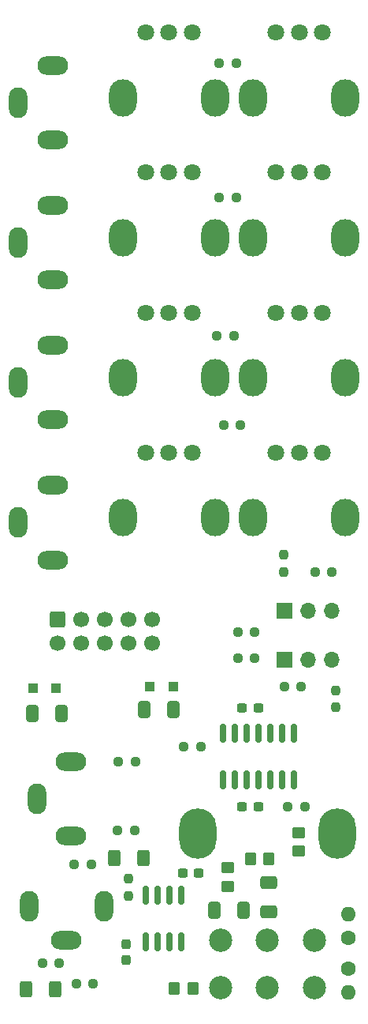
<source format=gbr>
%TF.GenerationSoftware,KiCad,Pcbnew,6.0.5-a6ca702e91~116~ubuntu22.04.1*%
%TF.CreationDate,2022-06-08T16:41:22-07:00*%
%TF.ProjectId,HEAR,48454152-2e6b-4696-9361-645f70636258,2.1*%
%TF.SameCoordinates,Original*%
%TF.FileFunction,Soldermask,Bot*%
%TF.FilePolarity,Negative*%
%FSLAX46Y46*%
G04 Gerber Fmt 4.6, Leading zero omitted, Abs format (unit mm)*
G04 Created by KiCad (PCBNEW 6.0.5-a6ca702e91~116~ubuntu22.04.1) date 2022-06-08 16:41:22*
%MOMM*%
%LPD*%
G01*
G04 APERTURE LIST*
G04 Aperture macros list*
%AMRoundRect*
0 Rectangle with rounded corners*
0 $1 Rounding radius*
0 $2 $3 $4 $5 $6 $7 $8 $9 X,Y pos of 4 corners*
0 Add a 4 corners polygon primitive as box body*
4,1,4,$2,$3,$4,$5,$6,$7,$8,$9,$2,$3,0*
0 Add four circle primitives for the rounded corners*
1,1,$1+$1,$2,$3*
1,1,$1+$1,$4,$5*
1,1,$1+$1,$6,$7*
1,1,$1+$1,$8,$9*
0 Add four rect primitives between the rounded corners*
20,1,$1+$1,$2,$3,$4,$5,0*
20,1,$1+$1,$4,$5,$6,$7,0*
20,1,$1+$1,$6,$7,$8,$9,0*
20,1,$1+$1,$8,$9,$2,$3,0*%
G04 Aperture macros list end*
%ADD10O,3.300000X2.000000*%
%ADD11O,2.000000X3.300000*%
%ADD12O,3.000000X4.000000*%
%ADD13C,1.800000*%
%ADD14O,4.000000X5.400000*%
%ADD15C,2.500000*%
%ADD16RoundRect,0.250000X0.412500X0.650000X-0.412500X0.650000X-0.412500X-0.650000X0.412500X-0.650000X0*%
%ADD17RoundRect,0.237500X0.300000X0.237500X-0.300000X0.237500X-0.300000X-0.237500X0.300000X-0.237500X0*%
%ADD18RoundRect,0.237500X-0.300000X-0.237500X0.300000X-0.237500X0.300000X0.237500X-0.300000X0.237500X0*%
%ADD19RoundRect,0.237500X0.237500X-0.300000X0.237500X0.300000X-0.237500X0.300000X-0.237500X-0.300000X0*%
%ADD20R,1.000000X1.000000*%
%ADD21RoundRect,0.237500X-0.250000X-0.237500X0.250000X-0.237500X0.250000X0.237500X-0.250000X0.237500X0*%
%ADD22RoundRect,0.237500X0.250000X0.237500X-0.250000X0.237500X-0.250000X-0.237500X0.250000X-0.237500X0*%
%ADD23RoundRect,0.237500X-0.237500X0.250000X-0.237500X-0.250000X0.237500X-0.250000X0.237500X0.250000X0*%
%ADD24RoundRect,0.150000X-0.150000X0.825000X-0.150000X-0.825000X0.150000X-0.825000X0.150000X0.825000X0*%
%ADD25RoundRect,0.250000X-0.600000X0.600000X-0.600000X-0.600000X0.600000X-0.600000X0.600000X0.600000X0*%
%ADD26C,1.700000*%
%ADD27RoundRect,0.250000X0.650000X-0.412500X0.650000X0.412500X-0.650000X0.412500X-0.650000X-0.412500X0*%
%ADD28RoundRect,0.250000X-0.400000X-0.625000X0.400000X-0.625000X0.400000X0.625000X-0.400000X0.625000X0*%
%ADD29R,1.700000X1.700000*%
%ADD30O,1.700000X1.700000*%
%ADD31RoundRect,0.250000X0.350000X0.450000X-0.350000X0.450000X-0.350000X-0.450000X0.350000X-0.450000X0*%
%ADD32RoundRect,0.250000X-0.450000X0.350000X-0.450000X-0.350000X0.450000X-0.350000X0.450000X0.350000X0*%
%ADD33RoundRect,0.250000X0.450000X-0.350000X0.450000X0.350000X-0.450000X0.350000X-0.450000X-0.350000X0*%
%ADD34RoundRect,0.237500X0.237500X-0.250000X0.237500X0.250000X-0.237500X0.250000X-0.237500X-0.250000X0*%
%ADD35RoundRect,0.150000X0.150000X-0.825000X0.150000X0.825000X-0.150000X0.825000X-0.150000X-0.825000X0*%
%ADD36C,1.600000*%
%ADD37O,1.600000X1.600000*%
G04 APERTURE END LIST*
D10*
%TO.C,J2*%
X5500000Y-28400000D03*
D11*
X1800000Y-24400000D03*
D10*
X5500000Y-20400000D03*
%TD*%
D12*
%TO.C,RV9*%
X27034000Y-53900000D03*
X36966000Y-53900000D03*
D13*
X29500000Y-46900000D03*
X32000000Y-46900000D03*
X34500000Y-46900000D03*
%TD*%
D10*
%TO.C,J1*%
X5500000Y-13400000D03*
D11*
X1800000Y-9400000D03*
D10*
X5500000Y-5400000D03*
%TD*%
%TO.C,J3*%
X5500000Y-43400000D03*
D11*
X1800000Y-39400000D03*
D10*
X5500000Y-35400000D03*
%TD*%
D12*
%TO.C,RV2*%
X13034000Y-8900000D03*
X22966000Y-8900000D03*
D13*
X15500000Y-1900000D03*
X18000000Y-1900000D03*
X20500000Y-1900000D03*
%TD*%
D12*
%TO.C,RV7*%
X36966000Y-23900000D03*
X27034000Y-23900000D03*
D13*
X29500000Y-16900000D03*
X32000000Y-16900000D03*
X34500000Y-16900000D03*
%TD*%
D12*
%TO.C,RV8*%
X27034000Y-38900000D03*
X36966000Y-38900000D03*
D13*
X29500000Y-31900000D03*
X32000000Y-31900000D03*
X34500000Y-31900000D03*
%TD*%
D14*
%TO.C,RV1*%
X36100000Y-87700000D03*
X21100000Y-87700000D03*
D15*
X33600000Y-99200000D03*
X28600000Y-99200000D03*
X23600000Y-99200000D03*
X33600000Y-104200000D03*
X28600000Y-104200000D03*
X23600000Y-104200000D03*
%TD*%
D12*
%TO.C,RV4*%
X22966000Y-38900000D03*
X13034000Y-38900000D03*
D13*
X15500000Y-31900000D03*
X18000000Y-31900000D03*
X20500000Y-31900000D03*
%TD*%
D10*
%TO.C,J13*%
X7500000Y-88000000D03*
D11*
X3800000Y-84000000D03*
D10*
X7500000Y-80000000D03*
%TD*%
D12*
%TO.C,RV3*%
X13034000Y-23900000D03*
X22966000Y-23900000D03*
D13*
X15500000Y-16900000D03*
X18000000Y-16900000D03*
X20500000Y-16900000D03*
%TD*%
D12*
%TO.C,RV5*%
X13034000Y-53900000D03*
X22966000Y-53900000D03*
D13*
X15500000Y-46900000D03*
X18000000Y-46900000D03*
X20500000Y-46900000D03*
%TD*%
D12*
%TO.C,RV6*%
X36966000Y-8900000D03*
X27034000Y-8900000D03*
D13*
X29500000Y-1900000D03*
X32000000Y-1900000D03*
X34500000Y-1900000D03*
%TD*%
D10*
%TO.C,J4*%
X5500000Y-58400000D03*
D11*
X1800000Y-54400000D03*
D10*
X5500000Y-50400000D03*
%TD*%
D11*
%TO.C,J14*%
X11000000Y-95500000D03*
D10*
X7000000Y-99200000D03*
D11*
X3000000Y-95500000D03*
%TD*%
D16*
%TO.C,C5*%
X18462500Y-74400000D03*
X15337500Y-74400000D03*
%TD*%
%TO.C,C6*%
X6462500Y-74900000D03*
X3337500Y-74900000D03*
%TD*%
D17*
%TO.C,C7*%
X27608700Y-74269600D03*
X25883700Y-74269600D03*
%TD*%
%TO.C,C8*%
X27608700Y-84810600D03*
X25883700Y-84810600D03*
%TD*%
D18*
%TO.C,C9*%
X19463700Y-91945800D03*
X21188700Y-91945800D03*
%TD*%
D19*
%TO.C,C10*%
X13392000Y-101291900D03*
X13392000Y-99566900D03*
%TD*%
D20*
%TO.C,D1*%
X18471200Y-71983600D03*
X15971200Y-71983600D03*
%TD*%
%TO.C,D2*%
X5898200Y-72110600D03*
X3398200Y-72110600D03*
%TD*%
D21*
%TO.C,R17*%
X25387500Y-68900000D03*
X27212500Y-68900000D03*
%TD*%
D22*
%TO.C,R19*%
X35532700Y-59664600D03*
X33707700Y-59664600D03*
%TD*%
D23*
%TO.C,R20*%
X30378400Y-57863100D03*
X30378400Y-59688100D03*
%TD*%
D21*
%TO.C,R21*%
X30405700Y-71983600D03*
X32230700Y-71983600D03*
%TD*%
D23*
%TO.C,R22*%
X35900000Y-72387500D03*
X35900000Y-74212500D03*
%TD*%
D22*
%TO.C,R27*%
X21441900Y-78458400D03*
X19616900Y-78458400D03*
%TD*%
D21*
%TO.C,R28*%
X30786700Y-84810600D03*
X32611700Y-84810600D03*
%TD*%
D22*
%TO.C,R29*%
X14406100Y-80033200D03*
X12581100Y-80033200D03*
%TD*%
%TO.C,R30*%
X14323700Y-87350600D03*
X12498700Y-87350600D03*
%TD*%
D24*
%TO.C,U1*%
X23825200Y-77001600D03*
X25095200Y-77001600D03*
X26365200Y-77001600D03*
X27635200Y-77001600D03*
X28905200Y-77001600D03*
X30175200Y-77001600D03*
X31445200Y-77001600D03*
X31445200Y-81951600D03*
X30175200Y-81951600D03*
X28905200Y-81951600D03*
X27635200Y-81951600D03*
X26365200Y-81951600D03*
X25095200Y-81951600D03*
X23825200Y-81951600D03*
%TD*%
D25*
%TO.C,J12*%
X6045200Y-64800000D03*
D26*
X6045200Y-67340000D03*
X8585200Y-64800000D03*
X8585200Y-67340000D03*
X11125200Y-64800000D03*
X11125200Y-67340000D03*
X13665200Y-64800000D03*
X13665200Y-67340000D03*
X16205200Y-64800000D03*
X16205200Y-67340000D03*
%TD*%
D21*
%TO.C,R7*%
X23877900Y-43992800D03*
X25702900Y-43992800D03*
%TD*%
D27*
%TO.C,C2*%
X28759000Y-96099100D03*
X28759000Y-92974100D03*
%TD*%
D28*
%TO.C,R34*%
X12172200Y-90371000D03*
X15272200Y-90371000D03*
%TD*%
D16*
%TO.C,C1*%
X26028900Y-95908200D03*
X22903900Y-95908200D03*
%TD*%
D29*
%TO.C,J5*%
X30429200Y-69062600D03*
D30*
X32969200Y-69062600D03*
X35509200Y-69062600D03*
%TD*%
D21*
%TO.C,R23*%
X4402300Y-101648600D03*
X6227300Y-101648600D03*
%TD*%
D31*
%TO.C,R35*%
X28768400Y-90421800D03*
X26768400Y-90421800D03*
%TD*%
D21*
%TO.C,R5*%
X23166700Y-34391600D03*
X24991700Y-34391600D03*
%TD*%
D31*
%TO.C,R15*%
X20564200Y-104341000D03*
X18564200Y-104341000D03*
%TD*%
D32*
%TO.C,R16*%
X24339400Y-91403000D03*
X24339400Y-93403000D03*
%TD*%
D33*
%TO.C,R36*%
X31953200Y-89620600D03*
X31953200Y-87620600D03*
%TD*%
D34*
%TO.C,R24*%
X13620600Y-94382300D03*
X13620600Y-92557300D03*
%TD*%
D35*
%TO.C,U2*%
X19310200Y-99297600D03*
X18040200Y-99297600D03*
X16770200Y-99297600D03*
X15500200Y-99297600D03*
X15500200Y-94347600D03*
X16770200Y-94347600D03*
X18040200Y-94347600D03*
X19310200Y-94347600D03*
%TD*%
D36*
%TO.C,R2*%
X37287200Y-102180600D03*
D37*
X37287200Y-104720600D03*
%TD*%
D29*
%TO.C,J6*%
X30444200Y-63855600D03*
D30*
X32984200Y-63855600D03*
X35524200Y-63855600D03*
%TD*%
D21*
%TO.C,R25*%
X8034500Y-103782200D03*
X9859500Y-103782200D03*
%TD*%
D28*
%TO.C,R33*%
X2647200Y-104391800D03*
X5747200Y-104391800D03*
%TD*%
D21*
%TO.C,R26*%
X7856700Y-91006000D03*
X9681700Y-91006000D03*
%TD*%
%TO.C,R38*%
X25387500Y-66100000D03*
X27212500Y-66100000D03*
%TD*%
%TO.C,R3*%
X23420700Y-19532600D03*
X25245700Y-19532600D03*
%TD*%
%TO.C,R1*%
X23420700Y-5181600D03*
X25245700Y-5181600D03*
%TD*%
D36*
%TO.C,R4*%
X37287200Y-98936600D03*
D37*
X37287200Y-96396600D03*
%TD*%
M02*

</source>
